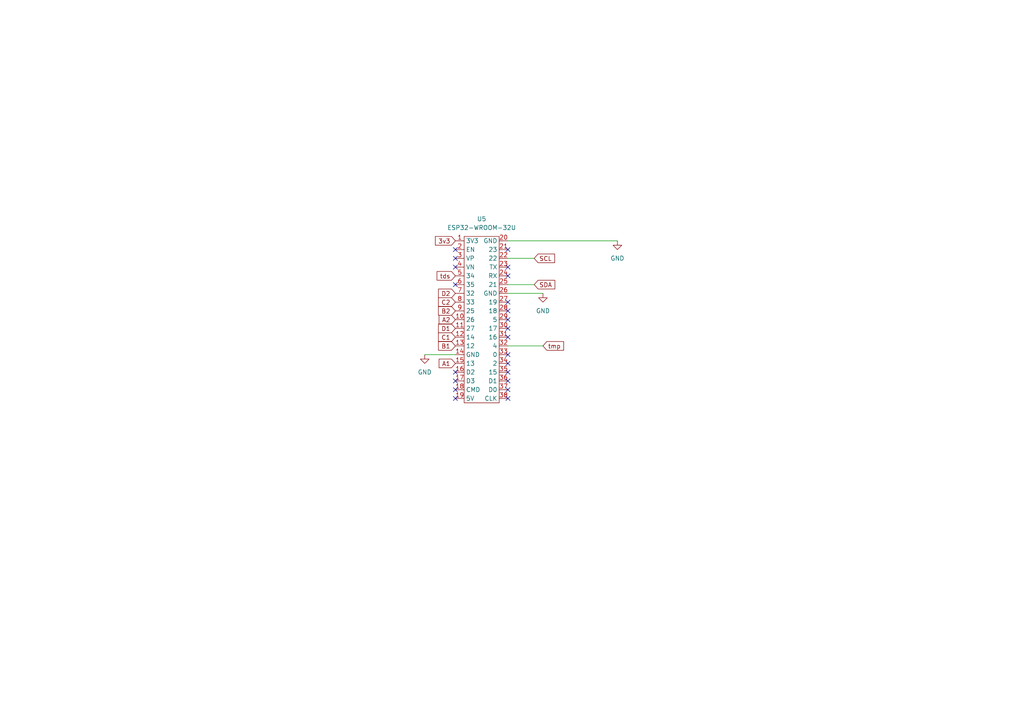
<source format=kicad_sch>
(kicad_sch (version 20211123) (generator eeschema)
  (paper "A4")
  (lib_symbols
    (symbol "Hydro:ESP32-WROOM-32U"
      (property "Reference" "U" (at 7.62 5.08 0))
      (property "Value" "ESP32-WROOM-32U" (at 7.62 2.54 0))
      (symbol "ESP32-WROOM-32U_0_1"
        (rectangle (start 12.7 -46.99) (end 2.54 1.27))
      )
      (symbol "ESP32-WROOM-32U_1_1"
        (pin input line (at 0 0 0) (length 2.54) (name "3V3") (number "1"))
        (pin input line (at 0 -22.86 0) (length 2.54) (name "26") (number "10"))
        (pin input line (at 0 -25.4 0) (length 2.54) (name "27") (number "11"))
        (pin input line (at 0 -27.94 0) (length 2.54) (name "14") (number "12"))
        (pin input line (at 0 -30.48 0) (length 2.54) (name "12") (number "13"))
        (pin input line (at 0 -33.02 0) (length 2.54) (name "GND") (number "14"))
        (pin input line (at 0 -35.56 0) (length 2.54) (name "13") (number "15"))
        (pin input line (at 0 -38.1 0) (length 2.54) (name "D2") (number "16"))
        (pin input line (at 0 -40.64 0) (length 2.54) (name "D3") (number "17"))
        (pin input line (at 0 -43.18 0) (length 2.54) (name "CMD") (number "18"))
        (pin input line (at 0 -45.72 0) (length 2.54) (name "5V") (number "19"))
        (pin input line (at 0 -2.54 0) (length 2.54) (name "EN") (number "2"))
        (pin input line (at 15.24 0 180) (length 2.54) (name "GND") (number "20"))
        (pin input line (at 15.24 -2.54 180) (length 2.54) (name "23") (number "21"))
        (pin input line (at 15.24 -5.08 180) (length 2.54) (name "22") (number "22"))
        (pin input line (at 15.24 -7.62 180) (length 2.54) (name "TX") (number "23"))
        (pin input line (at 15.24 -10.16 180) (length 2.54) (name "RX") (number "24"))
        (pin input line (at 15.24 -12.7 180) (length 2.54) (name "21") (number "25"))
        (pin input line (at 15.24 -15.24 180) (length 2.54) (name "GND") (number "26"))
        (pin input line (at 15.24 -17.78 180) (length 2.54) (name "19") (number "27"))
        (pin input line (at 15.24 -20.32 180) (length 2.54) (name "18") (number "28"))
        (pin input line (at 15.24 -22.86 180) (length 2.54) (name "5") (number "29"))
        (pin input line (at 0 -5.08 0) (length 2.54) (name "VP") (number "3"))
        (pin input line (at 15.24 -25.4 180) (length 2.54) (name "17") (number "30"))
        (pin input line (at 15.24 -27.94 180) (length 2.54) (name "16") (number "31"))
        (pin input line (at 15.24 -30.48 180) (length 2.54) (name "4") (number "32"))
        (pin input line (at 15.24 -33.02 180) (length 2.54) (name "0") (number "33"))
        (pin input line (at 15.24 -35.56 180) (length 2.54) (name "2") (number "34"))
        (pin input line (at 15.24 -38.1 180) (length 2.54) (name "15") (number "35"))
        (pin input line (at 15.24 -40.64 180) (length 2.54) (name "D1") (number "36"))
        (pin input line (at 15.24 -43.18 180) (length 2.54) (name "D0") (number "37"))
        (pin input line (at 15.24 -45.72 180) (length 2.54) (name "CLK") (number "38"))
        (pin input line (at 0 -7.62 0) (length 2.54) (name "VN") (number "4"))
        (pin input line (at 0 -10.16 0) (length 2.54) (name "34") (number "5"))
        (pin input line (at 0 -12.7 0) (length 2.54) (name "35") (number "6"))
        (pin input line (at 0 -15.24 0) (length 2.54) (name "32") (number "7"))
        (pin input line (at 0 -17.78 0) (length 2.54) (name "33") (number "8"))
        (pin input line (at 0 -20.32 0) (length 2.54) (name "25") (number "9"))
      )
    )
    (symbol "power:GND" (power) (pin_names (offset 0))
      (property "Value" "GND" (at 0 -3.81 0))
      (symbol "GND_0_1"
        (polyline (pts (xy 0 0) (xy 0 -1.27) (xy 1.27 -1.27) (xy 0 -2.54) (xy -1.27 -1.27) (xy 0 -1.27)))
      )
      (symbol "GND_1_1"
        (pin power_in line (at 0 0 270) (length 0) hide (name "GND") (number "1"))
      )
    )
  )
  (no_connect (at 147.32 77.47))
  (no_connect (at 147.32 80.01))
  (no_connect (at 147.32 102.87))
  (no_connect (at 147.32 105.41))
  (no_connect (at 147.32 107.95))
  (no_connect (at 132.08 72.39))
  (no_connect (at 132.08 110.49))
  (no_connect (at 132.08 107.95))
  (no_connect (at 132.08 82.55))
  (no_connect (at 132.08 77.47))
  (no_connect (at 132.08 74.93))
  (no_connect (at 147.32 72.39))
  (no_connect (at 147.32 97.79))
  (no_connect (at 147.32 87.63))
  (no_connect (at 147.32 90.17))
  (no_connect (at 147.32 92.71))
  (no_connect (at 147.32 95.25))
  (no_connect (at 147.32 115.57))
  (no_connect (at 132.08 113.03))
  (no_connect (at 147.32 110.49))
  (no_connect (at 147.32 113.03))
  (no_connect (at 132.08 115.57))
  (wire (pts (xy 154.94 74.93) (xy 147.32 74.93)))
  (wire (pts (xy 154.94 82.55) (xy 147.32 82.55)))
  (wire (pts (xy 147.32 69.85) (xy 179.07 69.85)))
  (wire (pts (xy 157.48 100.33) (xy 147.32 100.33)))
  (wire (pts (xy 123.19 102.87) (xy 132.08 102.87)))
  (wire (pts (xy 147.32 85.09) (xy 157.48 85.09)))
  (global_label "3v3" (shape input) (at 132.08 69.85 180) (property "Intersheet References" "${INTERSHEET_REFS}" (effects hide)))
  (global_label "C2" (shape input) (at 132.08 87.63 180) (property "Intersheet References" "${INTERSHEET_REFS}" (effects hide)))
  (global_label "D2" (shape input) (at 132.08 85.09 180) (property "Intersheet References" "${INTERSHEET_REFS}" (effects hide)))
  (global_label "A1" (shape input) (at 132.08 105.41 180) (property "Intersheet References" "${INTERSHEET_REFS}" (effects hide)))
  (global_label "A2" (shape input) (at 132.08 92.71 180) (property "Intersheet References" "${INTERSHEET_REFS}" (effects hide)))
  (global_label "SDA" (shape input) (at 154.94 82.55 0) (property "Intersheet References" "${INTERSHEET_REFS}" (effects hide)))
  (global_label "B1" (shape input) (at 132.08 100.33 180) (property "Intersheet References" "${INTERSHEET_REFS}" (effects hide)))
  (global_label "B2" (shape input) (at 132.08 90.17 180) (property "Intersheet References" "${INTERSHEET_REFS}" (effects hide)))
  (global_label "C1" (shape input) (at 132.08 97.79 180) (property "Intersheet References" "${INTERSHEET_REFS}" (effects hide)))
  (global_label "D1" (shape input) (at 132.08 95.25 180) (property "Intersheet References" "${INTERSHEET_REFS}" (effects hide)))
  (global_label "tmp" (shape input) (at 157.48 100.33 0) (property "Intersheet References" "${INTERSHEET_REFS}" (effects hide)))
  (global_label "SCL" (shape input) (at 154.94 74.93 0) (property "Intersheet References" "${INTERSHEET_REFS}" (effects hide)))
  (global_label "tds" (shape input) (at 132.08 80.01 180) (property "Intersheet References" "${INTERSHEET_REFS}" (effects hide)))
  (symbol (lib_id "power:GND") (at 123.19 102.87 0) (unit 1)
    (property "Reference" "#PWR011" (effects hide))
    (property "Value" "GND" (at 123.19 107.95 0))
  )
  (symbol (lib_id "power:GND") (at 179.07 69.85 0) (unit 1)
    (property "Reference" "#PWR013" (effects hide))
    (property "Value" "GND" (at 179.07 74.93 0))
  )
  (symbol (lib_id "Hydro:ESP32-WROOM-32U") (at 132.08 69.85 0) (unit 1)
    (property "Reference" "U5" (at 139.7 63.5 0))
    (property "Value" "ESP32-WROOM-32U" (at 139.7 66.04 0))
    (property "Footprint" "Hydro:ESP32-WROOM-32U" (effects hide))
  )
  (symbol (lib_id "power:GND") (at 157.48 85.09 0) (unit 1)
    (property "Reference" "#PWR012" (effects hide))
    (property "Value" "GND" (at 157.48 90.17 0))
  )
)
</source>
